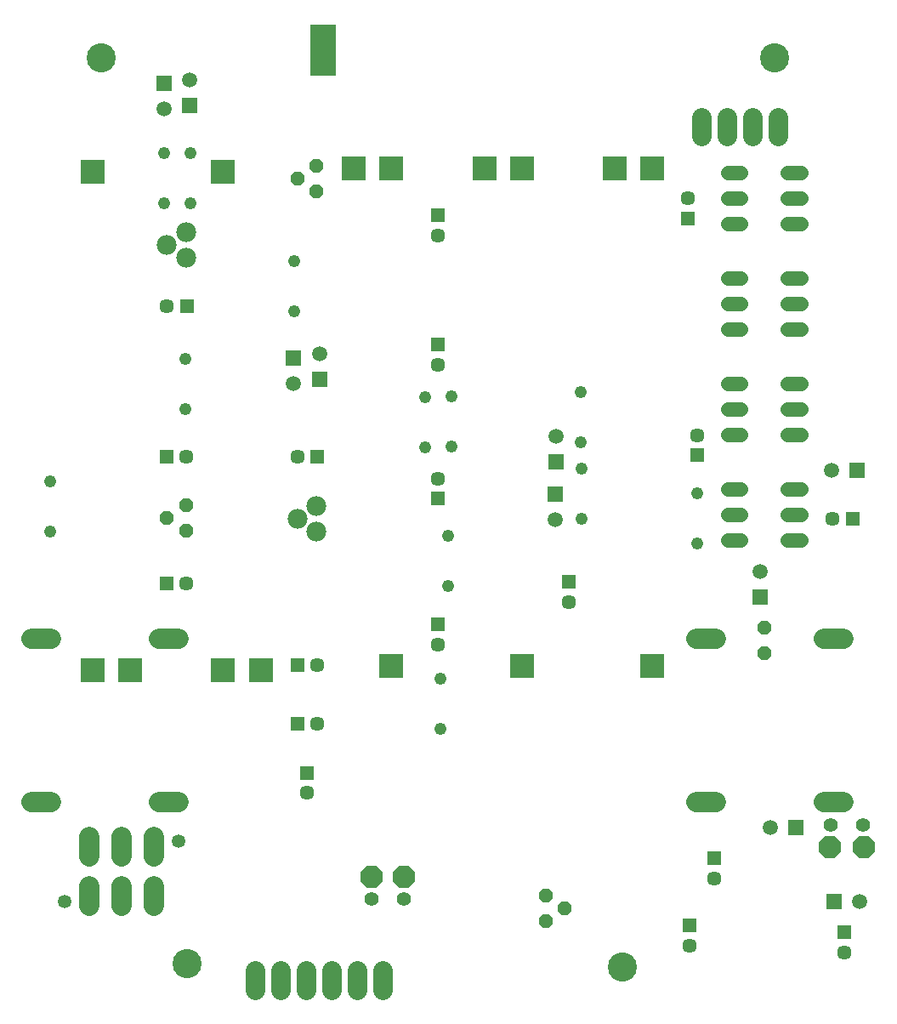
<source format=gbr>
G04 EAGLE Gerber X2 export*
%TF.Part,Single*%
%TF.FileFunction,Soldermask,Bot,1*%
%TF.FilePolarity,Positive*%
%TF.GenerationSoftware,Autodesk,EAGLE,9.2.0*%
%TF.CreationDate,2018-10-30T13:39:26Z*%
G75*
%MOMM*%
%FSLAX34Y34*%
%LPD*%
%INSoldermask Bottom*%
%IPPOS*%
%AMOC8*
5,1,8,0,0,1.08239X$1,22.5*%
G01*
%ADD10C,1.244600*%
%ADD11R,1.451600X1.451600*%
%ADD12C,1.451600*%
%ADD13C,1.509600*%
%ADD14R,1.509600X1.509600*%
%ADD15R,2.351600X2.351600*%
%ADD16C,1.981200*%
%ADD17P,1.539592X8X112.500000*%
%ADD18C,1.422400*%
%ADD19P,2.446851X8X22.500000*%
%ADD20C,2.051600*%
%ADD21C,1.981200*%
%ADD22C,2.901600*%
%ADD23R,2.641600X5.181600*%
%ADD24P,1.539592X8X292.500000*%
%ADD25C,1.401600*%
%ADD26C,1.351600*%


D10*
X427300Y291875D03*
X427300Y341875D03*
D11*
X837850Y501050D03*
D12*
X817850Y501050D03*
D10*
X173700Y659750D03*
X173700Y609750D03*
X152200Y815100D03*
X152200Y865100D03*
D11*
X154850Y562250D03*
D12*
X174850Y562250D03*
D11*
X154804Y436179D03*
D12*
X174804Y436179D03*
D11*
X674200Y799900D03*
D12*
X674200Y819900D03*
D11*
X425050Y521000D03*
D12*
X425050Y541000D03*
D11*
X304950Y562850D03*
D12*
X284950Y562850D03*
D11*
X175000Y712400D03*
D12*
X155000Y712400D03*
D10*
X567600Y626600D03*
X567600Y576600D03*
X282100Y707350D03*
X282100Y757350D03*
X438300Y572450D03*
X438300Y622450D03*
D11*
X424850Y802850D03*
D12*
X424850Y782850D03*
D10*
X178300Y864600D03*
X178300Y814600D03*
D13*
X845300Y119850D03*
D14*
X819900Y119850D03*
D13*
X746300Y448500D03*
D14*
X746300Y423100D03*
D15*
X508750Y850000D03*
X471250Y850000D03*
X508750Y354000D03*
X378750Y850000D03*
X341250Y850000D03*
X378750Y354000D03*
X638750Y850000D03*
X601250Y850000D03*
X638750Y354000D03*
D16*
X174100Y760650D03*
X155050Y773350D03*
X174100Y786050D03*
D17*
X304050Y852000D03*
X285000Y839300D03*
X304050Y826600D03*
X174100Y514150D03*
X155050Y501450D03*
X174100Y488750D03*
D16*
X304100Y488300D03*
X285050Y501000D03*
X304100Y513700D03*
D18*
X773396Y635400D02*
X786604Y635400D01*
X786604Y610000D02*
X773396Y610000D01*
X773396Y584600D02*
X786604Y584600D01*
X726604Y584600D02*
X713396Y584600D01*
X713396Y610000D02*
X726604Y610000D01*
X726604Y635400D02*
X713396Y635400D01*
X773396Y530400D02*
X786604Y530400D01*
X786604Y505000D02*
X773396Y505000D01*
X773396Y479600D02*
X786604Y479600D01*
X726604Y479600D02*
X713396Y479600D01*
X713396Y505000D02*
X726604Y505000D01*
X726604Y530400D02*
X713396Y530400D01*
X773396Y740400D02*
X786604Y740400D01*
X786604Y715000D02*
X773396Y715000D01*
X773396Y689600D02*
X786604Y689600D01*
X726604Y689600D02*
X713396Y689600D01*
X713396Y715000D02*
X726604Y715000D01*
X726604Y740400D02*
X713396Y740400D01*
D13*
X177800Y938000D03*
D14*
X177800Y912600D03*
D13*
X152400Y908600D03*
D14*
X152400Y934000D03*
D13*
X281450Y635350D03*
D14*
X281450Y660750D03*
D13*
X307400Y664750D03*
D14*
X307400Y639350D03*
D10*
X412000Y571950D03*
X412000Y621950D03*
X682900Y476600D03*
X682900Y526600D03*
D13*
X542600Y582650D03*
D14*
X542600Y557250D03*
D13*
X541800Y500100D03*
D14*
X541800Y525500D03*
D18*
X713396Y794600D02*
X726604Y794600D01*
X726604Y820000D02*
X713396Y820000D01*
X713396Y845400D02*
X726604Y845400D01*
X773396Y845400D02*
X786604Y845400D01*
X786604Y820000D02*
X773396Y820000D01*
X773396Y794600D02*
X786604Y794600D01*
D15*
X211250Y350000D03*
X248750Y350000D03*
X211250Y846000D03*
D11*
X555100Y438150D03*
D12*
X555100Y418150D03*
D11*
X424675Y395500D03*
D12*
X424675Y375500D03*
D17*
X750000Y367300D03*
X750000Y392700D03*
D19*
X358850Y144200D03*
X391200Y144200D03*
D20*
X40050Y218850D02*
X20550Y218850D01*
X20550Y381150D02*
X40050Y381150D01*
X147550Y218850D02*
X167050Y218850D01*
X167050Y381150D02*
X147550Y381150D01*
X809750Y381150D02*
X829250Y381150D01*
X829250Y218850D02*
X809750Y218850D01*
X702250Y381150D02*
X682750Y381150D01*
X682750Y218850D02*
X702250Y218850D01*
D21*
X687100Y881702D02*
X687100Y900498D01*
X712500Y900498D02*
X712500Y881702D01*
X737900Y881702D02*
X737900Y900498D01*
X763300Y900498D02*
X763300Y881702D01*
X243250Y50848D02*
X243250Y32052D01*
X268650Y32052D02*
X268650Y50848D01*
X294050Y50848D02*
X294050Y32052D01*
X319450Y32052D02*
X319450Y50848D01*
X344850Y50848D02*
X344850Y32052D01*
X370250Y32052D02*
X370250Y50848D01*
D11*
X675750Y95800D03*
D12*
X675750Y75800D03*
D11*
X829450Y89350D03*
D12*
X829450Y69350D03*
D13*
X755800Y193200D03*
D14*
X781200Y193200D03*
D13*
X817200Y549400D03*
D14*
X842600Y549400D03*
D15*
X81250Y350000D03*
X118750Y350000D03*
X81250Y846000D03*
D19*
X815150Y174000D03*
X848900Y174000D03*
D22*
X90000Y960000D03*
X760000Y960000D03*
D10*
X38650Y538250D03*
X38650Y488250D03*
D23*
X311150Y967000D03*
D24*
X532550Y99900D03*
X551600Y112600D03*
X532550Y125300D03*
D11*
X683550Y564050D03*
D12*
X683550Y584050D03*
D11*
X425350Y673950D03*
D12*
X425350Y653950D03*
D10*
X435100Y483875D03*
X435100Y433875D03*
X567900Y500650D03*
X567900Y550650D03*
D11*
X700550Y162750D03*
D12*
X700550Y142750D03*
D22*
X609000Y55000D03*
X175000Y58000D03*
D25*
X359000Y122000D03*
X391000Y122000D03*
X816000Y196000D03*
X848000Y196000D03*
D20*
X78000Y135000D02*
X78000Y115500D01*
X110000Y115500D02*
X110000Y135000D01*
X142000Y135000D02*
X142000Y115500D01*
X142000Y165000D02*
X142000Y184500D01*
X110000Y184500D02*
X110000Y165000D01*
X78000Y165000D02*
X78000Y184500D01*
D26*
X53000Y120000D03*
X167000Y180000D03*
D11*
X295000Y248000D03*
D12*
X295000Y228000D03*
D11*
X285000Y297000D03*
D12*
X305000Y297000D03*
D11*
X285000Y355000D03*
D12*
X305000Y355000D03*
M02*

</source>
